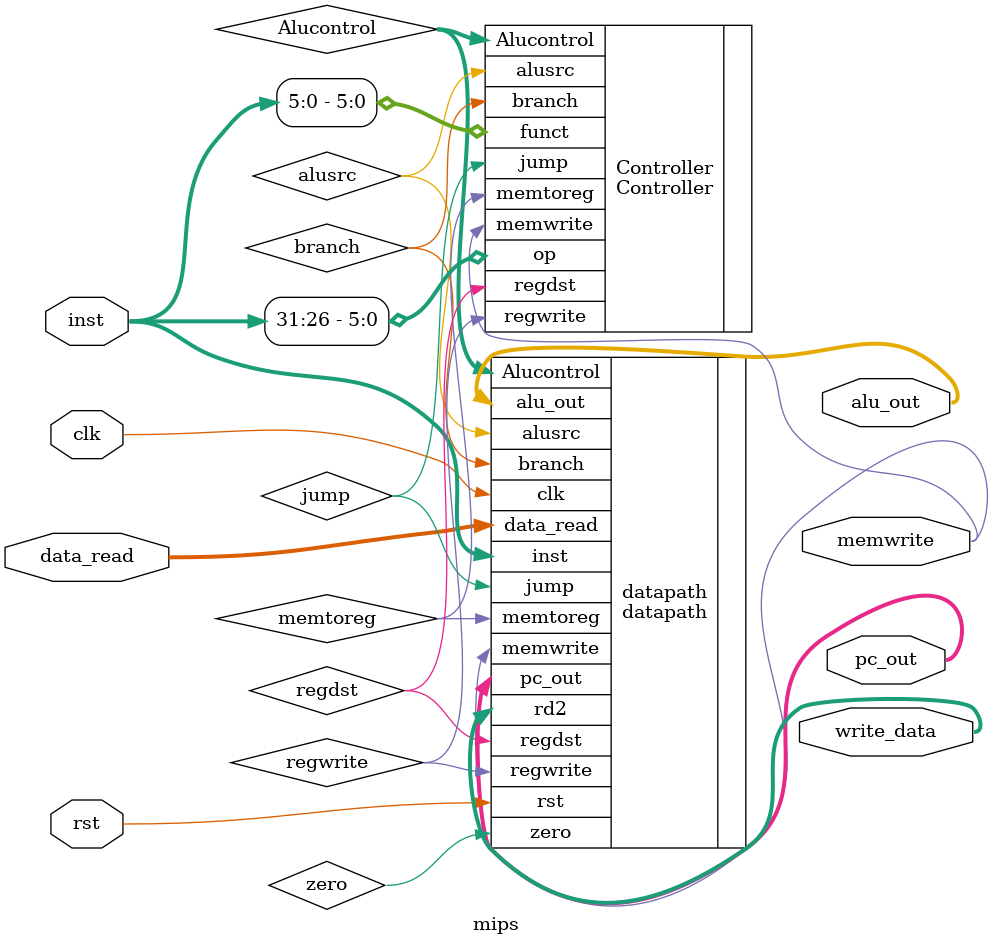
<source format=v>
`timescale 1ns / 1ps
module mips (
    input wire          clk,
    input wire          rst,
    input wire [31:0]   inst,
    input wire [31:0]   data_read,
    output wire         memwrite,
    output wire [31:0]  alu_out,
    output wire [31:0]  write_data,
    output wire [31:0]  pc_out
);

wire         jump;
wire         branch;
wire         alusrc;
wire         memtoreg;
wire         regwrite;
wire         regdst;
wire [2:0]   Alucontrol;

    Controller Controller(
        .op(inst[31:26]),
        .funct(inst[5:0]),
        .jump(jump),
        .branch(branch),
        .alusrc(alusrc),
        .memwrite(memwrite),
        .memtoreg(memtoreg),
        .regwrite(regwrite),
        .regdst(regdst),
        .Alucontrol(Alucontrol)
    );

    datapath datapath(
    .clk(clk),
    .rst(rst),
    .jump(jump),
    .branch(branch),
    .alusrc(alusrc),
    .memwrite(memwrite),
    .memtoreg(memtoreg),
    .regwrite(regwrite),
    .regdst(regdst),
    .Alucontrol(Alucontrol),
    .data_read(data_read),//数据存储器读出的数据
    .inst(inst),//指令存储器输出
    .alu_out(alu_out),
    .rd2(write_data),
    .pc_out(pc_out),
    .zero(zero)//beq相减为0标志
    );

endmodule
</source>
